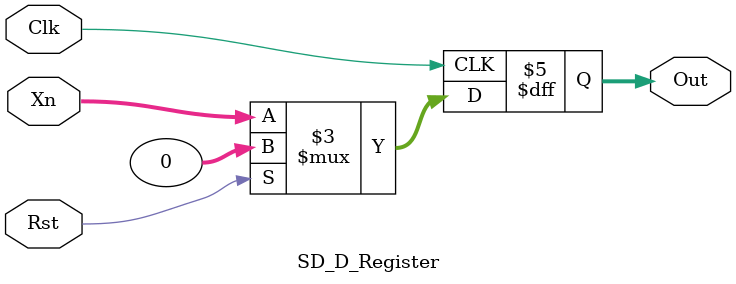
<source format=v>
module SD_D_Register  (Xn,Clk,Rst,Out);

  input [31:0]Xn;
  input Clk,Rst;
  output [31:0]Out;
  reg [31:0]Out;
  
  always @(posedge Clk)
  begin
  if (Rst)
    Out=32'd0;
  else
    Out=Xn;
  end
  
endmodule
</source>
